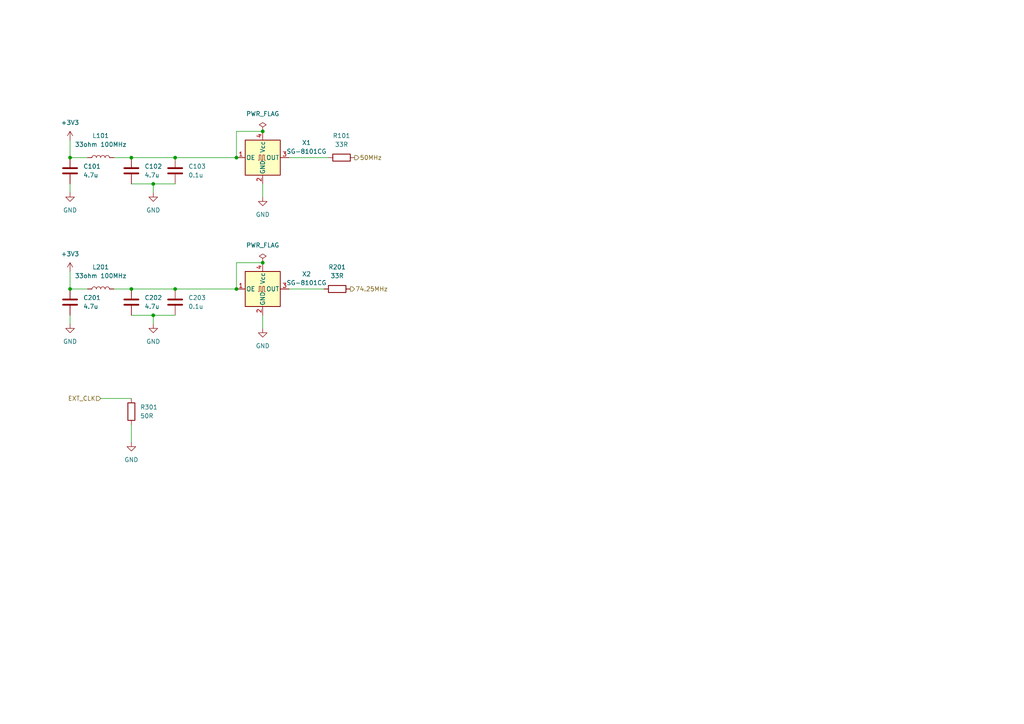
<source format=kicad_sch>
(kicad_sch (version 20211123) (generator eeschema)
  (paper "A4")
  (lib_symbols
    (symbol "Device:C" (pin_numbers hide) (pin_names (offset 0.254))
      (property "Reference" "C" (at 0.635 2.54 0))
      (property "Value" "C" (at 0.635 -2.54 0))
      (symbol "C_0_1"
        (polyline (pts (xy -2.032 -0.762) (xy 2.032 -0.762)) (stroke (width 0.508)))
        (polyline (pts (xy -2.032 0.762) (xy 2.032 0.762)) (stroke (width 0.508)))
      )
      (symbol "C_1_1"
        (pin passive line (at 0 3.81 270) (length 2.794) (name "~") (number "1"))
        (pin passive line (at 0 -3.81 90) (length 2.794) (name "~") (number "2"))
      )
    )
    (symbol "Device:L" (pin_numbers hide) (pin_names (offset 1.016) hide)
      (property "Reference" "L" (at -1.27 0 90))
      (property "Value" "L" (at 1.905 0 90))
      (symbol "L_0_1"
        (arc (start 0 -2.54) (mid 0.635 -1.905) (end 0 -1.27))
        (arc (start 0 -1.27) (mid 0.635 -0.635) (end 0 0))
        (arc (start 0 0) (mid 0.635 0.635) (end 0 1.27))
        (arc (start 0 1.27) (mid 0.635 1.905) (end 0 2.54))
      )
      (symbol "L_1_1"
        (pin passive line (at 0 3.81 270) (length 1.27) (name "1") (number "1"))
        (pin passive line (at 0 -3.81 90) (length 1.27) (name "2") (number "2"))
      )
    )
    (symbol "Device:R" (pin_numbers hide) (pin_names (offset 0))
      (property "Reference" "R" (at 2.032 0 90))
      (property "Value" "R" (at 0 0 90))
      (symbol "R_0_1"
        (rectangle (start -1.016 -2.54) (end 1.016 2.54) (stroke (width 0.254)))
      )
      (symbol "R_1_1"
        (pin passive line (at 0 3.81 270) (length 1.27) (name "~") (number "1"))
        (pin passive line (at 0 -3.81 90) (length 1.27) (name "~") (number "2"))
      )
    )
    (symbol "custom_osc:SG-8101CG" (pin_names (offset 0.254))
      (property "Reference" "X" (at -5.08 6.35 0))
      (property "Value" "SG-8101CG" (at 1.27 -6.35 0))
      (symbol "SG-8101CG_0_1"
        (rectangle (start -5.08 5.08) (end 5.08 -5.08) (stroke (width 0.254)) (fill (type background)))
        (polyline (pts (xy -1.27 -0.762) (xy -1.016 -0.762) (xy -1.016 0.762) (xy -0.508 0.762) (xy -0.508 -0.762) (xy 0 -0.762) (xy 0 0.762) (xy 0.508 0.762) (xy 0.508 -0.762) (xy 0.762 -0.762)))
      )
      (symbol "SG-8101CG_1_1"
        (pin input line (at -7.62 0 0) (length 2.54) (name "OE") (number "1"))
        (pin power_in line (at 0 -7.62 90) (length 2.54) (name "GND") (number "2"))
        (pin output line (at 7.62 0 180) (length 2.54) (name "OUT") (number "3"))
        (pin power_in line (at 0 7.62 270) (length 2.54) (name "Vcc") (number "4"))
      )
    )
    (symbol "power:+3.3V" (power) (pin_names (offset 0))
      (property "Value" "+3.3V" (at 0 3.556 0))
      (symbol "+3.3V_0_1"
        (polyline (pts (xy -0.762 1.27) (xy 0 2.54)))
        (polyline (pts (xy 0 0) (xy 0 2.54)))
        (polyline (pts (xy 0 2.54) (xy 0.762 1.27)))
      )
      (symbol "+3.3V_1_1"
        (pin power_in line (at 0 0 90) (length 0) hide (name "+3V3") (number "1"))
      )
    )
    (symbol "power:GND" (power) (pin_names (offset 0))
      (property "Value" "GND" (at 0 -3.81 0))
      (symbol "GND_0_1"
        (polyline (pts (xy 0 0) (xy 0 -1.27) (xy 1.27 -1.27) (xy 0 -2.54) (xy -1.27 -1.27) (xy 0 -1.27)))
      )
      (symbol "GND_1_1"
        (pin power_in line (at 0 0 270) (length 0) hide (name "GND") (number "1"))
      )
    )
    (symbol "power:PWR_FLAG" (power) (pin_numbers hide) (pin_names (offset 0) hide)
      (property "Value" "PWR_FLAG" (at 0 3.81 0))
      (symbol "PWR_FLAG_0_0"
        (pin power_out line (at 0 0 90) (length 0) (name "pwr") (number "1"))
      )
      (symbol "PWR_FLAG_0_1"
        (polyline (pts (xy 0 0) (xy 0 1.27) (xy -1.016 1.905) (xy 0 2.54) (xy 1.016 1.905) (xy 0 1.27)))
      )
    )
  )
  (junction (at 68.58 45.72))
  (junction (at 76.2 38.1))
  (junction (at 68.58 83.82))
  (junction (at 76.2 76.2))
  (junction (at 20.32 45.72))
  (junction (at 20.32 83.82))
  (junction (at 44.45 53.34))
  (junction (at 38.1 45.72))
  (junction (at 38.1 83.82))
  (junction (at 50.8 83.82))
  (junction (at 50.8 45.72))
  (junction (at 44.45 91.44))
  (wire (pts (xy 20.32 78.74) (xy 20.32 83.82)))
  (wire (pts (xy 29.21 115.57) (xy 38.1 115.57)))
  (wire (pts (xy 50.8 83.82) (xy 68.58 83.82)))
  (wire (pts (xy 76.2 53.34) (xy 76.2 57.15)))
  (wire (pts (xy 20.32 45.72) (xy 25.4 45.72)))
  (wire (pts (xy 38.1 53.34) (xy 44.45 53.34)))
  (wire (pts (xy 33.02 83.82) (xy 38.1 83.82)))
  (wire (pts (xy 44.45 91.44) (xy 44.45 93.98)))
  (wire (pts (xy 50.8 45.72) (xy 68.58 45.72)))
  (wire (pts (xy 38.1 45.72) (xy 50.8 45.72)))
  (wire (pts (xy 20.32 91.44) (xy 20.32 93.98)))
  (wire (pts (xy 20.32 53.34) (xy 20.32 55.88)))
  (wire (pts (xy 38.1 91.44) (xy 44.45 91.44)))
  (wire (pts (xy 44.45 91.44) (xy 50.8 91.44)))
  (wire (pts (xy 44.45 53.34) (xy 50.8 53.34)))
  (wire (pts (xy 68.58 83.82) (xy 68.58 76.2)))
  (wire (pts (xy 83.82 83.82) (xy 93.98 83.82)))
  (wire (pts (xy 68.58 38.1) (xy 68.58 45.72)))
  (wire (pts (xy 38.1 123.19) (xy 38.1 128.27)))
  (wire (pts (xy 33.02 45.72) (xy 38.1 45.72)))
  (wire (pts (xy 76.2 91.44) (xy 76.2 95.25)))
  (wire (pts (xy 38.1 83.82) (xy 50.8 83.82)))
  (wire (pts (xy 20.32 83.82) (xy 25.4 83.82)))
  (wire (pts (xy 76.2 38.1) (xy 68.58 38.1)))
  (wire (pts (xy 83.82 45.72) (xy 95.25 45.72)))
  (wire (pts (xy 44.45 53.34) (xy 44.45 55.88)))
  (wire (pts (xy 68.58 76.2) (xy 76.2 76.2)))
  (wire (pts (xy 20.32 40.64) (xy 20.32 45.72)))
  (hierarchical_label "50MHz" (shape output) (at 102.87 45.72 0))
  (hierarchical_label "74.25MHz" (shape output) (at 101.6 83.82 0))
  (hierarchical_label "EXT_CLK" (shape input) (at 29.21 115.57 180))
  (symbol (lib_id "power:GND") (at 44.45 93.98 0) (unit 1)
    (property "Reference" "#PWR038" (effects hide))
    (property "Value" "GND" (at 44.45 99.06 0))
  )
  (symbol (lib_id "power:PWR_FLAG") (at 76.2 38.1 0) (unit 1)
    (property "Reference" "#FLG0105" (effects hide))
    (property "Value" "PWR_FLAG" (at 76.2 33.02 0))
  )
  (symbol (lib_id "power:GND") (at 38.1 128.27 0) (unit 1)
    (property "Reference" "#PWR036" (effects hide))
    (property "Value" "GND" (at 38.1 133.35 0))
  )
  (symbol (lib_id "power:GND") (at 44.45 55.88 0) (unit 1)
    (property "Reference" "#PWR037" (effects hide))
    (property "Value" "GND" (at 44.45 60.96 0))
  )
  (symbol (lib_id "Device:R") (at 38.1 119.38 0) (unit 1)
    (property "Reference" "R301" (at 40.64 118.1099 0) (effects (justify left)))
    (property "Value" "50R" (at 40.64 120.6499 0) (effects (justify left)))
    (property "Footprint" "Resistor_SMD:R_0603_1608Metric_Pad0.98x0.95mm_HandSolder" (effects hide))
  )
  (symbol (lib_id "Device:C") (at 50.8 87.63 0) (unit 1)
    (property "Reference" "C203" (at 54.61 86.3599 0) (effects (justify left)))
    (property "Value" "0.1u" (at 54.61 88.8999 0) (effects (justify left)))
    (property "Footprint" "Capacitor_SMD:C_0201_0603Metric_Pad0.64x0.40mm_HandSolder" (effects hide))
  )
  (symbol (lib_id "Device:R") (at 97.79 83.82 90) (unit 1)
    (property "Reference" "R201" (at 97.79 77.47 90))
    (property "Value" "33R" (at 97.79 80.01 90))
    (property "Footprint" "Resistor_SMD:R_0603_1608Metric_Pad0.98x0.95mm_HandSolder" (effects hide))
  )
  (symbol (lib_id "power:GND") (at 76.2 95.25 0) (unit 1)
    (property "Reference" "#PWR040" (effects hide))
    (property "Value" "GND" (at 76.2 100.33 0))
  )
  (symbol (lib_id "Device:C") (at 50.8 49.53 0) (unit 1)
    (property "Reference" "C103" (at 54.61 48.2599 0) (effects (justify left)))
    (property "Value" "0.1u" (at 54.61 50.7999 0) (effects (justify left)))
    (property "Footprint" "Capacitor_SMD:C_0201_0603Metric_Pad0.64x0.40mm_HandSolder" (effects hide))
  )
  (symbol (lib_id "Device:C") (at 38.1 87.63 0) (unit 1)
    (property "Reference" "C202" (at 41.91 86.3599 0) (effects (justify left)))
    (property "Value" "4.7u" (at 41.91 88.8999 0) (effects (justify left)))
    (property "Footprint" "Capacitor_SMD:C_0402_1005Metric_Pad0.74x0.62mm_HandSolder" (effects hide))
  )
  (symbol (lib_id "power:GND") (at 20.32 55.88 0) (unit 1)
    (property "Reference" "#PWR033" (effects hide))
    (property "Value" "GND" (at 20.32 60.96 0))
  )
  (symbol (lib_id "Device:C") (at 38.1 49.53 0) (unit 1)
    (property "Reference" "C102" (at 41.91 48.2599 0) (effects (justify left)))
    (property "Value" "4.7u" (at 41.91 50.7999 0) (effects (justify left)))
    (property "Footprint" "Capacitor_SMD:C_0402_1005Metric_Pad0.74x0.62mm_HandSolder" (effects hide))
  )
  (symbol (lib_id "power:GND") (at 76.2 57.15 0) (unit 1)
    (property "Reference" "#PWR039" (effects hide))
    (property "Value" "GND" (at 76.2 62.23 0))
  )
  (symbol (lib_id "Device:L") (at 29.21 45.72 90) (unit 1)
    (property "Reference" "L101" (at 29.21 39.37 90))
    (property "Value" "33ohm 100MHz" (at 29.21 41.91 90))
    (property "Footprint" "Inductor_SMD:L_0402_1005Metric_Pad0.77x0.64mm_HandSolder" (effects hide))
  )
  (symbol (lib_id "custom_osc:SG-8101CG") (at 76.2 45.72 0) (unit 1)
    (property "Reference" "X1" (at 88.9 41.3893 0))
    (property "Value" "SG-8101CG" (at 88.9 43.9293 0))
    (property "Footprint" "Oscillator:Oscillator_SMD_SeikoEpson_SG210-4Pin_2.5x2.0mm_HandSoldering" (effects hide))
    (property "Datasheet" "https://datasheet.lcsc.com/lcsc/1912111437_Seiko-Epson-SG-8101CG-74-250000MHz-TBGSA_C390549.pdf" (effects hide))
  )
  (symbol (lib_id "Device:C") (at 20.32 87.63 0) (unit 1)
    (property "Reference" "C201" (at 24.13 86.3599 0) (effects (justify left)))
    (property "Value" "4.7u" (at 24.13 88.8999 0) (effects (justify left)))
    (property "Footprint" "Capacitor_SMD:C_0402_1005Metric_Pad0.74x0.62mm_HandSolder" (effects hide))
  )
  (symbol (lib_id "Device:R") (at 99.06 45.72 90) (unit 1)
    (property "Reference" "R101" (at 99.06 39.37 90))
    (property "Value" "33R" (at 99.06 41.91 90))
    (property "Footprint" "Resistor_SMD:R_0603_1608Metric_Pad0.98x0.95mm_HandSolder" (effects hide))
  )
  (symbol (lib_id "power:PWR_FLAG") (at 76.2 76.2 0) (unit 1)
    (property "Reference" "#FLG0106" (effects hide))
    (property "Value" "PWR_FLAG" (at 76.2 71.12 0))
  )
  (symbol (lib_id "Device:L") (at 29.21 83.82 90) (unit 1)
    (property "Reference" "L201" (at 29.21 77.47 90))
    (property "Value" "33ohm 100MHz" (at 29.21 80.01 90))
    (property "Footprint" "Inductor_SMD:L_0402_1005Metric_Pad0.77x0.64mm_HandSolder" (effects hide))
  )
  (symbol (lib_id "custom_osc:SG-8101CG") (at 76.2 83.82 0) (unit 1)
    (property "Reference" "X2" (at 88.9 79.4893 0))
    (property "Value" "SG-8101CG" (at 88.9 82.0293 0))
    (property "Footprint" "Oscillator:Oscillator_SMD_SeikoEpson_SG210-4Pin_2.5x2.0mm_HandSoldering" (effects hide))
    (property "Datasheet" "https://datasheet.lcsc.com/lcsc/1912111437_Seiko-Epson-SG-8101CG-74-250000MHz-TBGSA_C390549.pdf" (effects hide))
  )
  (symbol (lib_id "power:+3.3V") (at 20.32 78.74 0) (unit 1)
    (property "Reference" "#PWR034" (effects hide))
    (property "Value" "+3.3V" (at 20.32 73.66 0))
  )
  (symbol (lib_id "power:+3.3V") (at 20.32 40.64 0) (unit 1)
    (property "Reference" "#PWR032" (effects hide))
    (property "Value" "+3.3V" (at 20.32 35.56 0))
  )
  (symbol (lib_id "Device:C") (at 20.32 49.53 0) (unit 1)
    (property "Reference" "C101" (at 24.13 48.2599 0) (effects (justify left)))
    (property "Value" "4.7u" (at 24.13 50.7999 0) (effects (justify left)))
    (property "Footprint" "Capacitor_SMD:C_0402_1005Metric_Pad0.74x0.62mm_HandSolder" (effects hide))
  )
  (symbol (lib_id "power:GND") (at 20.32 93.98 0) (unit 1)
    (property "Reference" "#PWR035" (effects hide))
    (property "Value" "GND" (at 20.32 99.06 0))
  )
)
</source>
